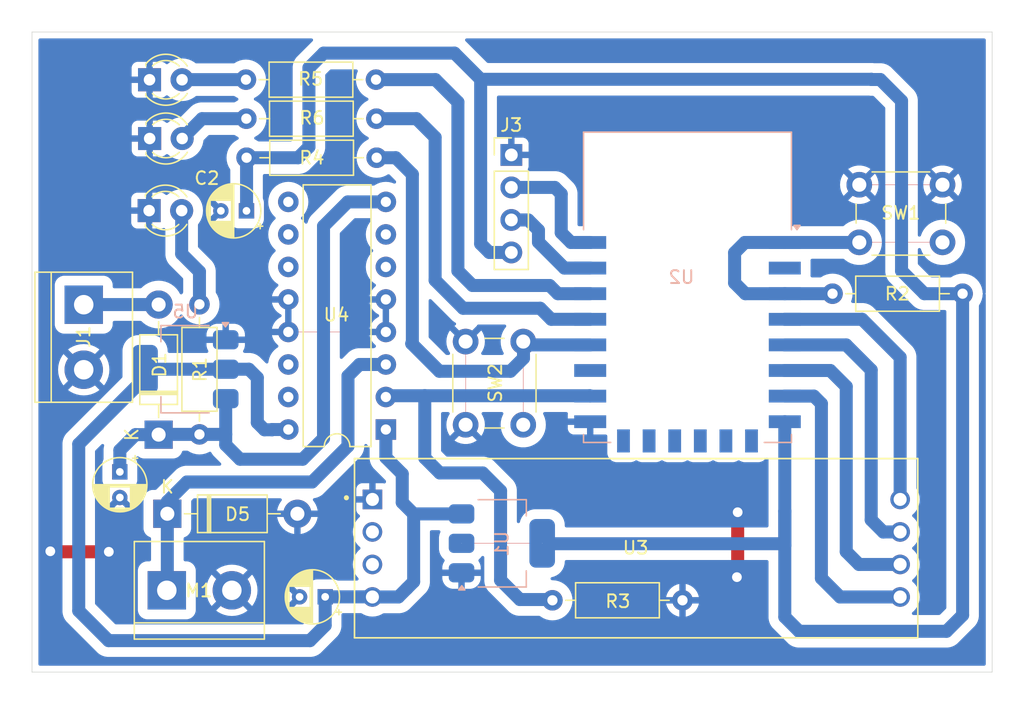
<source format=kicad_pcb>
(kicad_pcb (version 20240108) (generator "pcbnew") (generator_version "8.0")
  (layers (0 "F.Cu" signal) (31 "B.Cu" signal) (34 "B.Paste" user) (35 "F.Paste" user) (36 "B.SilkS" user "B.Silkscreen") (37 "F.SilkS" user "F.Silkscreen") (38 "B.Mask" user) (39 "F.Mask" user) (44 "Edge.Cuts" user))
  (net 0 "")
  (net 1 "+12V")
  (net 2 "GND")
  (net 3 "+3.3V")
  (net 4 "+5V")
  (net 5 "Net-(D1-A)")
  (net 6 "Net-(D2-A)")
  (net 7 "Net-(D3-A)")
  (net 8 "Net-(D4-A)")
  (net 9 "Net-(D5-K)")
  (net 10 "/TXD")
  (net 11 "/RXD")
  (net 12 "Net-(SW1A-B)")
  (net 13 "Net-(U2-GPIO5)")
  (net 14 "Net-(SW2A-A)")
  (net 15 "/RE")
  (net 17 "/pump")
  (net 18 "Net-(U2-GPIO4)")
  (net 19 "/RO")
  (net 21 "/DE")
  (net 24 "/DI")
  (footprint "LED_THT:LED_D3.0mm_Clear" (layer "F.Cu") (at 181.69 93.32)
    (property "Reference" "D4" (hide yes))
    (property "Value" "Green")
    (pad "1" thru_hole rect (at 0 0) (size 1.8 1.8) (drill 0.9) (layers "*.Cu" "*.Mask") (net 2 "GND"))
    (pad "2" thru_hole circle (at 2.54 0) (size 1.8 1.8) (drill 0.9) (layers "*.Cu" "*.Mask") (net 8 "Net-(D4-A)"))
  )
  (footprint "Package_DIP:DIP-16_W7.62mm" (layer "F.Cu") (at 200.14 116.05 180)
    (property "Reference" "U4" (at 3.86 8.96 180) (layer "F.SilkS"))
    (property "Value" "L293D")
    (pad "1" thru_hole rect (at 0 0 180) (size 1.6 1.6) (drill 0.8) (layers "*.Cu" "*.Mask") (net 4 "+5V"))
    (pad "2" thru_hole oval (at 0 2.54 180) (size 1.6 1.6) (drill 0.8) (layers "*.Cu" "*.Mask") (net 17 "/pump"))
    (pad "3" thru_hole oval (at 0 5.08 180) (size 1.6 1.6) (drill 0.8) (layers "*.Cu" "*.Mask") (net 9 "Net-(D5-K)"))
    (pad "4" thru_hole oval (at 0 7.62 180) (size 1.6 1.6) (drill 0.8) (layers "*.Cu" "*.Mask") (net 2 "GND"))
    (pad "5" thru_hole oval (at 0 10.16 180) (size 1.6 1.6) (drill 0.8) (layers "*.Cu" "*.Mask") (net 2 "GND"))
    (pad "6" thru_hole oval (at 0 12.7 180) (size 1.6 1.6) (drill 0.8) (layers "*.Cu" "*.Mask"))
    (pad "7" thru_hole oval (at 0 15.24 180) (size 1.6 1.6) (drill 0.8) (layers "*.Cu" "*.Mask"))
    (pad "8" thru_hole oval (at 0 17.78 180) (size 1.6 1.6) (drill 0.8) (layers "*.Cu" "*.Mask") (net 1 "+12V"))
    (pad "9" thru_hole oval (at 7.62 17.78 180) (size 1.6 1.6) (drill 0.8) (layers "*.Cu" "*.Mask"))
    (pad "10" thru_hole oval (at 7.62 15.24 180) (size 1.6 1.6) (drill 0.8) (layers "*.Cu" "*.Mask"))
    (pad "11" thru_hole oval (at 7.62 12.7 180) (size 1.6 1.6) (drill 0.8) (layers "*.Cu" "*.Mask"))
    (pad "12" thru_hole oval (at 7.62 10.16 180) (size 1.6 1.6) (drill 0.8) (layers "*.Cu" "*.Mask") (net 2 "GND"))
    (pad "13" thru_hole oval (at 7.62 7.62 180) (size 1.6 1.6) (drill 0.8) (layers "*.Cu" "*.Mask") (net 2 "GND"))
    (pad "14" thru_hole oval (at 7.62 5.08 180) (size 1.6 1.6) (drill 0.8) (layers "*.Cu" "*.Mask"))
    (pad "15" thru_hole oval (at 7.62 2.54 180) (size 1.6 1.6) (drill 0.8) (layers "*.Cu" "*.Mask"))
    (pad "16" thru_hole oval (at 7.62 0 180) (size 1.6 1.6) (drill 0.8) (layers "*.Cu" "*.Mask") (net 4 "+5V"))
  )
  (footprint "LED_THT:LED_D3.0mm_Clear" (layer "F.Cu") (at 181.68 88.73)
    (property "Reference" "D3" (hide yes))
    (property "Value" "Red")
    (pad "1" thru_hole rect (at 0 0) (size 1.8 1.8) (drill 0.9) (layers "*.Cu" "*.Mask") (net 2 "GND"))
    (pad "2" thru_hole circle (at 2.54 0) (size 1.8 1.8) (drill 0.9) (layers "*.Cu" "*.Mask") (net 7 "Net-(D3-A)"))
  )
  (footprint "Resistor_THT:R_Axial_DIN0207_L6.3mm_D2.5mm_P10.16mm_Horizontal" (layer "F.Cu") (at 199.37 88.72 180)
    (property "Reference" "R5" (at 5.11 0.05 180) (layer "F.SilkS"))
    (property "Value" "100")
    (pad "1" thru_hole circle (at 0 0 180) (size 1.6 1.6) (drill 0.8) (layers "*.Cu" "*.Mask") (net 13 "Net-(U2-GPIO5)"))
    (pad "2" thru_hole oval (at 10.16 0 180) (size 1.6 1.6) (drill 0.8) (layers "*.Cu" "*.Mask") (net 7 "Net-(D3-A)"))
  )
  (footprint "Resistor_THT:R_Axial_DIN0207_L6.3mm_D2.5mm_P10.16mm_Horizontal" (layer "F.Cu") (at 213.15 129.39)
    (property "Reference" "R3" (at 5.11 0.08 360) (layer "F.SilkS"))
    (property "Value" "10k")
    (pad "1" thru_hole circle (at 0 0) (size 1.6 1.6) (drill 0.8) (layers "*.Cu" "*.Mask") (net 17 "/pump"))
    (pad "2" thru_hole oval (at 10.16 0) (size 1.6 1.6) (drill 0.8) (layers "*.Cu" "*.Mask") (net 2 "GND"))
  )
  (footprint "Resistor_THT:R_Axial_DIN0207_L6.3mm_D2.5mm_P10.16mm_Horizontal" (layer "F.Cu") (at 189.26 94.82)
    (property "Reference" "R4" (at 5.1 0.01 360) (layer "F.SilkS"))
    (property "Value" "10k")
    (pad "1" thru_hole circle (at 0 0) (size 1.6 1.6) (drill 0.8) (layers "*.Cu" "*.Mask") (net 3 "+3.3V"))
    (pad "2" thru_hole oval (at 10.16 0) (size 1.6 1.6) (drill 0.8) (layers "*.Cu" "*.Mask") (net 14 "Net-(SW2A-A)"))
  )
  (footprint "Capacitor_THT:CP_Radial_D4.0mm_P2.00mm" (layer "F.Cu") (at 189.2526 98.97 180)
    (property "Reference" "C2" (at 3.092599 2.55 180) (layer "F.SilkS"))
    (property "Value" "10uF")
    (pad "1" thru_hole rect (at 0 0 180) (size 1.2 1.2) (drill 0.6) (layers "*.Cu" "*.Mask") (net 3 "+3.3V"))
    (pad "2" thru_hole circle (at 2 0 180) (size 1.2 1.2) (drill 0.6) (layers "*.Cu" "*.Mask") (net 2 "GND"))
  )
  (footprint "Button_Switch_THT:SW_PUSH_6mm" (layer "F.Cu") (at 237.12 96.93)
    (property "Reference" "SW1" (at 3.24 2.2 360) (layer "F.SilkS"))
    (property "Value" "Reset")
    (pad "1" thru_hole circle (at 0 0 90) (size 2 2) (drill 1.1) (layers "*.Cu" "*.Mask") (net 2 "GND"))
    (pad "1" thru_hole circle (at 6.5 0 90) (size 2 2) (drill 1.1) (layers "*.Cu" "*.Mask") (net 2 "GND"))
    (pad "2" thru_hole circle (at 0 4.5 90) (size 2 2) (drill 1.1) (layers "*.Cu" "*.Mask") (net 12 "Net-(SW1A-B)"))
    (pad "2" thru_hole circle (at 6.5 4.5 90) (size 2 2) (drill 1.1) (layers "*.Cu" "*.Mask") (net 12 "Net-(SW1A-B)"))
  )
  (footprint "Capacitor_THT:CP_Radial_D4.0mm_P2.00mm" (layer "F.Cu") (at 195.4 129.12 180)
    (property "Reference" "C3" (hide yes))
    (property "Value" "10uF")
    (pad "1" thru_hole rect (at 0 0 180) (size 1.2 1.2) (drill 0.6) (layers "*.Cu" "*.Mask") (net 4 "+5V"))
    (pad "2" thru_hole circle (at 2 0 180) (size 1.2 1.2) (drill 0.6) (layers "*.Cu" "*.Mask") (net 2 "GND"))
  )
  (footprint "Resistor_THT:R_Axial_DIN0207_L6.3mm_D2.5mm_P10.16mm_Horizontal" (layer "F.Cu") (at 189.24 91.77)
    (property "Reference" "R6" (at 5.13 -0.06 0) (layer "F.SilkS"))
    (property "Value" "100")
    (pad "1" thru_hole circle (at 0 0) (size 1.6 1.6) (drill 0.8) (layers "*.Cu" "*.Mask") (net 8 "Net-(D4-A)"))
    (pad "2" thru_hole oval (at 10.16 0) (size 1.6 1.6) (drill 0.8) (layers "*.Cu" "*.Mask") (net 18 "Net-(U2-GPIO4)"))
  )
  (footprint "Resistor_THT:R_Axial_DIN0207_L6.3mm_D2.5mm_P10.16mm_Horizontal" (layer "F.Cu") (at 185.58 116.43 90)
    (property "Reference" "R1" (at 5.06 0.04 270) (layer "F.SilkS"))
    (property "Value" "1k")
    (pad "1" thru_hole circle (at 0 0 90) (size 1.6 1.6) (drill 0.8) (layers "*.Cu" "*.Mask") (net 1 "+12V"))
    (pad "2" thru_hole oval (at 10.16 0 90) (size 1.6 1.6) (drill 0.8) (layers "*.Cu" "*.Mask") (net 6 "Net-(D2-A)"))
  )
  (footprint "TerminalBlock:TerminalBlock_bornier-2_P5.08mm" (layer "F.Cu") (at 183.03 128.61)
    (property "Reference" "M1" (at 2.5 0.02 0) (layer "F.SilkS"))
    (property "Value" "Motor_DC")
    (pad "1" thru_hole rect (at 0 0) (size 3 3) (drill 1.52) (layers "*.Cu" "*.Mask") (net 9 "Net-(D5-K)"))
    (pad "2" thru_hole circle (at 5.08 0) (size 3 3) (drill 1.52) (layers "*.Cu" "*.Mask") (net 2 "GND"))
  )
  (footprint "Connector_PinHeader_2.54mm:PinHeader_1x04_P2.54mm_Vertical" (layer "F.Cu") (at 209.94 94.6)
    (property "Reference" "J3" (at 0 -2.33 0) (layer "F.SilkS"))
    (property "Value" "Programer")
    (pad "1" thru_hole rect (at 0 0) (size 1.7 1.7) (drill 1) (layers "*.Cu" "*.Mask") (net 2 "GND"))
    (pad "2" thru_hole oval (at 0 2.54) (size 1.7 1.7) (drill 1) (layers "*.Cu" "*.Mask") (net 10 "/TXD"))
    (pad "3" thru_hole oval (at 0 5.08) (size 1.7 1.7) (drill 1) (layers "*.Cu" "*.Mask") (net 11 "/RXD"))
    (pad "4" thru_hole oval (at 0 7.62) (size 1.7 1.7) (drill 1) (layers "*.Cu" "*.Mask") (net 3 "+3.3V"))
  )
  (footprint "Diode_THT:D_DO-41_SOD81_P10.16mm_Horizontal" (layer "F.Cu") (at 182.39 116.45 90)
    (property "Reference" "D1" (at 5.45 0.07 270) (layer "F.SilkS"))
    (property "Value" "1N4001")
    (fp_text user "K" (at 0 -2.1 270) (layer "F.SilkS"))
    (pad "1" thru_hole rect (at 0 0 90) (size 2.2 2.2) (drill 1.1) (layers "*.Cu" "*.Mask") (net 1 "+12V"))
    (pad "2" thru_hole oval (at 10.16 0 90) (size 2.2 2.2) (drill 1.1) (layers "*.Cu" "*.Mask") (net 5 "Net-(D1-A)"))
  )
  (footprint "Resistor_THT:R_Axial_DIN0207_L6.3mm_D2.5mm_P10.16mm_Horizontal" (layer "F.Cu") (at 245.19 105.44 180)
    (property "Reference" "R2" (at 5.1 -0.01 180) (layer "F.SilkS"))
    (property "Value" "10k")
    (pad "1" thru_hole circle (at 0 0 180) (size 1.6 1.6) (drill 0.8) (layers "*.Cu" "*.Mask") (net 3 "+3.3V"))
    (pad "2" thru_hole oval (at 10.16 0 180) (size 1.6 1.6) (drill 0.8) (layers "*.Cu" "*.Mask") (net 12 "Net-(SW1A-B)"))
  )
  (footprint "Diode_THT:D_DO-41_SOD81_P10.16mm_Horizontal" (layer "F.Cu") (at 183.07 122.63)
    (property "Reference" "D5" (at 5.49 0.04 0) (layer "F.SilkS"))
    (property "Value" "1N4001")
    (fp_text user "K" (at 0 -2.1 0) (layer "F.SilkS"))
    (pad "1" thru_hole rect (at 0 0) (size 2.2 2.2) (drill 1.1) (layers "*.Cu" "*.Mask") (net 9 "Net-(D5-K)"))
    (pad "2" thru_hole oval (at 10.16 0) (size 2.2 2.2) (drill 1.1) (layers "*.Cu" "*.Mask") (net 2 "GND"))
  )
  (footprint "TerminalBlock:TerminalBlock_bornier-2_P5.08mm" (layer "F.Cu") (at 176.54 106.3 -90)
    (property "Reference" "J1" (at 2.5 0.01 90) (layer "F.SilkS"))
    (property "Value" "Power")
    (pad "1" thru_hole rect (at 0 0 270) (size 3 3) (drill 1.52) (layers "*.Cu" "*.Mask") (net 5 "Net-(D1-A)"))
    (pad "2" thru_hole circle (at 5.08 0 270) (size 3 3) (drill 1.52) (layers "*.Cu" "*.Mask") (net 2 "GND"))
  )
  (footprint "Capacitor_THT:CP_Radial_D4.0mm_P2.00mm" (layer "F.Cu") (at 179.36 119.36 -90)
    (property "Reference" "C1" (hide yes))
    (property "Value" "100uF")
    (pad "1" thru_hole rect (at 0 0 270) (size 1.2 1.2) (drill 0.6) (layers "*.Cu" "*.Mask") (net 1 "+12V"))
    (pad "2" thru_hole circle (at 2 0 270) (size 1.2 1.2) (drill 0.6) (layers "*.Cu" "*.Mask") (net 2 "GND"))
  )
  (footprint "LED_THT:LED_D3.0mm_Clear" (layer "F.Cu") (at 181.65 98.95)
    (property "Reference" "D2" (hide yes))
    (property "Value" "LED")
    (pad "1" thru_hole rect (at 0 0) (size 1.8 1.8) (drill 0.9) (layers "*.Cu" "*.Mask") (net 2 "GND"))
    (pad "2" thru_hole circle (at 2.54 0) (size 1.8 1.8) (drill 0.9) (layers "*.Cu" "*.Mask") (net 6 "Net-(D2-A)"))
  )
  (footprint "Downloaded:MODULE_MAX485_MODULE_5V_LOGIC_TLL_TO_RS-485_CONVERTER" (layer "F.Cu") (at 219.69 125.32)
    (property "Reference" "U3" (at -0.04 -0.03 360) (layer "F.SilkS"))
    (property "Value" "NPK")
    (pad "1" thru_hole rect (at -20.6 -3.81) (size 1.53 1.53) (drill 1.02) (layers "*.Cu" "*.Mask") (net 2 "GND"))
    (pad "2" thru_hole circle (at -20.6 -1.27) (size 1.53 1.53) (drill 1.02) (layers "*.Cu" "*.Mask"))
    (pad "3" thru_hole circle (at -20.6 1.27) (size 1.53 1.53) (drill 1.02) (layers "*.Cu" "*.Mask"))
    (pad "4" thru_hole circle (at -20.6 3.81) (size 1.53 1.53) (drill 1.02) (layers "*.Cu" "*.Mask") (net 4 "+5V"))
    (pad "5" thru_hole circle (at 20.62 3.81) (size 1.53 1.53) (drill 1.02) (layers "*.Cu" "*.Mask") (net 19 "/RO"))
    (pad "6" thru_hole circle (at 20.62 1.27) (size 1.53 1.53) (drill 1.02) (layers "*.Cu" "*.Mask") (net 15 "/RE"))
    (pad "7" thru_hole circle (at 20.62 -1.27) (size 1.53 1.53) (drill 1.02) (layers "*.Cu" "*.Mask") (net 21 "/DE"))
    (pad "8" thru_hole circle (at 20.62 -3.81) (size 1.53 1.53) (drill 1.02) (layers "*.Cu" "*.Mask") (net 24 "/DI"))
  )
  (footprint "Button_Switch_THT:SW_PUSH_6mm" (layer "F.Cu") (at 210.87 109.18 -90)
    (property "Reference" "SW2" (at 3.23 2.18 90) (layer "F.SilkS"))
    (property "Value" "Mode")
    (pad "1" thru_hole circle (at 0 0) (size 2 2) (drill 1.1) (layers "*.Cu" "*.Mask") (net 14 "Net-(SW2A-A)"))
    (pad "1" thru_hole circle (at 6.5 0) (size 2 2) (drill 1.1) (layers "*.Cu" "*.Mask") (net 14 "Net-(SW2A-A)"))
    (pad "2" thru_hole circle (at 0 4.5) (size 2 2) (drill 1.1) (layers "*.Cu" "*.Mask") (net 2 "GND"))
    (pad "2" thru_hole circle (at 6.5 4.5) (size 2 2) (drill 1.1) (layers "*.Cu" "*.Mask") (net 2 "GND"))
  )
  (footprint "RF_Module:ESP-12E" (layer "B.Cu") (at 223.7 104.94 180)
    (property "Reference" "U2" (at 0.47 0.79 180) (layer "B.SilkS") (effects (justify mirror)))
    (property "Value" "ESP-12E")
    (pad "1" smd rect (at -7.6 3.5 180) (size 2.5 1) (layers "B.Cu" "B.Paste" "B.Mask") (net 12 "Net-(SW1A-B)"))
    (pad "2" smd rect (at -7.6 1.5 180) (size 2.5 1) (layers "B.Cu" "B.Paste" "B.Mask"))
    (pad "3" smd rect (at -7.6 -0.5 180) (size 2.5 1) (layers "B.Cu" "B.Paste" "B.Mask") (net 12 "Net-(SW1A-B)"))
    (pad "4" smd rect (at -7.6 -2.5 180) (size 2.5 1) (layers "B.Cu" "B.Paste" "B.Mask") (net 24 "/DI"))
    (pad "5" smd rect (at -7.6 -4.5 180) (size 2.5 1) (layers "B.Cu" "B.Paste" "B.Mask") (net 21 "/DE"))
    (pad "6" smd rect (at -7.6 -6.5 180) (size 2.5 1) (layers "B.Cu" "B.Paste" "B.Mask") (net 15 "/RE"))
    (pad "7" smd rect (at -7.6 -8.5 180) (size 2.5 1) (layers "B.Cu" "B.Paste" "B.Mask") (net 19 "/RO"))
    (pad "8" smd rect (at -7.6 -10.5 180) (size 2.5 1) (layers "B.Cu" "B.Paste" "B.Mask") (net 3 "+3.3V"))
    (pad "9" smd rect (at -5 -12 180) (size 1 1.8) (layers "B.Cu" "B.Paste" "B.Mask"))
    (pad "10" smd rect (at -3 -12 180) (size 1 1.8) (layers "B.Cu" "B.Paste" "B.Mask"))
    (pad "11" smd rect (at -1 -12 180) (size 1 1.8) (layers "B.Cu" "B.Paste" "B.Mask"))
    (pad "12" smd rect (at 1 -12 180) (size 1 1.8) (layers "B.Cu" "B.Paste" "B.Mask"))
    (pad "13" smd rect (at 3 -12 180) (size 1 1.8) (layers "B.Cu" "B.Paste" "B.Mask"))
    (pad "14" smd rect (at 5 -12 180) (size 1 1.8) (layers "B.Cu" "B.Paste" "B.Mask"))
    (pad "15" smd rect (at 7.6 -10.5 180) (size 2.5 1) (layers "B.Cu" "B.Paste" "B.Mask") (net 2 "GND"))
    (pad "16" smd rect (at 7.6 -8.5 180) (size 2.5 1) (layers "B.Cu" "B.Paste" "B.Mask") (net 17 "/pump"))
    (pad "17" smd rect (at 7.6 -6.5 180) (size 2.5 1) (layers "B.Cu" "B.Paste" "B.Mask"))
    (pad "18" smd rect (at 7.6 -4.5 180) (size 2.5 1) (layers "B.Cu" "B.Paste" "B.Mask") (net 14 "Net-(SW2A-A)"))
    (pad "19" smd rect (at 7.6 -2.5 180) (size 2.5 1) (layers "B.Cu" "B.Paste" "B.Mask") (net 18 "Net-(U2-GPIO4)"))
    (pad "20" smd rect (at 7.6 -0.5 180) (size 2.5 1) (layers "B.Cu" "B.Paste" "B.Mask") (net 13 "Net-(U2-GPIO5)"))
    (pad "21" smd rect (at 7.6 1.5 180) (size 2.5 1) (layers "B.Cu" "B.Paste" "B.Mask") (net 11 "/RXD"))
    (pad "22" smd rect (at 7.6 3.5 180) (size 2.5 1) (layers "B.Cu" "B.Paste" "B.Mask") (net 10 "/TXD"))
    (zone (net 0) (net_name "") (layers "*.Cu") (connect_pads (clearance 0)) (min_thickness 0.254)
      (keepout (tracks not_allowed) (vias not_allowed) (pads not_allowed) (copperpour not_allowed) (footprints not_allowed))
      (fill (thermal_gap 0.508) (thermal_bridge_width 0.508))
      (polygon (pts (xy 231.82 100.14) (xy 215.58 100.14) (xy 215.58 92.82) (xy 231.82 92.82)))
    )
  )
  (footprint "Package_TO_SOT_SMD:SOT-223-3_TabPin2" (layer "B.Cu") (at 184.48 111.34 180)
    (property "Reference" "U5" (at 0 4.5 180) (layer "B.SilkS") (effects (justify mirror)))
    (property "Value" "AMS1117-5.0")
    (pad "1" smd roundrect (at -3.15 2.3 180) (size 2 1.5) (layers "B.Cu" "B.Paste" "B.Mask") (net 2 "GND"))
    (pad "2" smd roundrect (at -3.15 0 180) (size 2 1.5) (layers "B.Cu" "B.Paste" "B.Mask") (net 4 "+5V"))
    (pad "2" smd roundrect (at 3.15 0 180) (size 2 3.8) (layers "B.Cu" "B.Paste" "B.Mask") (net 4 "+5V"))
    (pad "3" smd roundrect (at -3.15 -2.3 180) (size 2 1.5) (layers "B.Cu" "B.Paste" "B.Mask") (net 1 "+12V"))
  )
  (footprint "Package_TO_SOT_SMD:SOT-223-3_TabPin2" (layer "B.Cu") (at 209.2 124.94)
    (property "Reference" "U1" (at 0 0.0375 -90) (layer "B.SilkS") (effects (justify mirror)))
    (property "Value" "AMS1117-3.3")
    (pad "1" smd roundrect (at -3.15 2.3) (size 2 1.5) (layers "B.Cu" "B.Paste" "B.Mask") (net 2 "GND"))
    (pad "2" smd roundrect (at -3.15 0) (size 2 1.5) (layers "B.Cu" "B.Paste" "B.Mask") (net 3 "+3.3V"))
    (pad "2" smd roundrect (at 3.15 0) (size 2 3.8) (layers "B.Cu" "B.Paste" "B.Mask") (net 3 "+3.3V"))
    (pad "3" smd roundrect (at -3.15 -2.3) (size 2 1.5) (layers "B.Cu" "B.Paste" "B.Mask") (net 4 "+5V"))
  )
  (gr_line (start 247.5 135) (end 172.5 135) (stroke (width 0.05)) (layer "Edge.Cuts"))
  (gr_line (start 247.5 85) (end 247.5 135) (stroke (width 0.05)) (layer "Edge.Cuts"))
  (gr_line (start 172.5 85) (end 247.5 85) (stroke (width 0.05)) (layer "Edge.Cuts"))
  (gr_line (start 172.5 135) (end 172.5 85) (stroke (width 0.05)) (layer "Edge.Cuts"))
  (segment (start 200.14 98.27) (end 197.17 98.27) (width 1.016) (layer "B.Cu") (net 1))
  (segment (start 182.39 116.45) (end 180.58 116.45) (width 1.016) (layer "B.Cu") (net 1))
  (segment (start 195.27 116.74) (end 193.64 118.37) (width 1.016) (layer "B.Cu") (net 1))
  (segment (start 179.36 117.67) (end 179.36 119.36) (width 1.016) (layer "B.Cu") (net 1))
  (segment (start 187.63 117.25) (end 187.63 113.64) (width 1.016) (layer "B.Cu") (net 1))
  (segment (start 195.27 100.17) (end 195.27 116.74) (width 1.016) (layer "B.Cu") (net 1))
  (segment (start 197.17 98.27) (end 195.27 100.17) (width 1.016) (layer "B.Cu") (net 1))
  (segment (start 188.75 118.37) (end 187.63 117.25) (width 1.016) (layer "B.Cu") (net 1))
  (segment (start 180.58 116.45) (end 179.36 117.67) (width 1.016) (layer "B.Cu") (net 1))
  (segment (start 182.41 116.43) (end 182.39 116.45) (width 1.016) (layer "B.Cu") (net 1))
  (segment (start 187.62 116.43) (end 185.58 116.43) (width 1.016) (layer "B.Cu") (net 1))
  (segment (start 187.63 116.42) (end 187.62 116.43) (width 1.016) (layer "B.Cu") (net 1))
  (segment (start 185.58 116.43) (end 182.41 116.43) (width 1.016) (layer "B.Cu") (net 1))
  (segment (start 193.64 118.37) (end 188.75 118.37) (width 1.016) (layer "B.Cu") (net 1))
  (segment (start 227.62 122.51) (end 227.62 127.52) (width 1.016) (layer "F.Cu") (net 2))
  (segment (start 243.62 96.93) (end 237.12 96.93) (width 0.0254) (layer "F.Cu") (net 2))
  (segment (start 200.14 108.43) (end 192.52 108.43) (width 0.0254) (layer "F.Cu") (net 2))
  (segment (start 206.37 109.18) (end 206.37 115.68) (width 0.0254) (layer "F.Cu") (net 2))
  (segment (start 173.97 125.6) (end 173.93 125.56) (width 1.016) (layer "F.Cu") (net 2))
  (segment (start 178.5 125.6) (end 173.97 125.6) (width 1.016) (layer "F.Cu") (net 2))
  (segment (start 227.62 127.52) (end 227.56 127.58) (width 1.016) (layer "F.Cu") (net 2))
  (via (at 178.5 125.6) (size 1.778) (drill 0.762) (layers "F.Cu" "B.Cu") (net 2))
  (via (at 173.93 125.56) (size 1.778) (drill 0.762) (layers "F.Cu" "B.Cu") (net 2))
  (via (at 227.56 127.58) (size 1.778) (drill 0.762) (layers "F.Cu" "B.Cu") (net 2))
  (via (at 227.62 122.51) (size 1.778) (drill 0.762) (layers "F.Cu" "B.Cu") (net 2))
  (segment (start 212.35 124.94) (end 206.05 124.94) (width 0.0254) (layer "F.Cu") (net 3))
  (via (at 206.05 124.94) (size 0.0508) (drill 0.0254) (layers "F.Cu" "B.Cu") (net 3))
  (via (at 212.35 124.94) (size 0.0508) (drill 0.0254) (layers "F.Cu" "B.Cu") (net 3))
  (segment (start 238.75 88.71) (end 238.09 88.71) (width 1.016) (layer "B.Cu") (net 3))
  (segment (start 240.42 90.38) (end 238.75 88.71) (width 1.016) (layer "B.Cu") (net 3))
  (segment (start 231.3 125.1) (end 231.3 122.42) (width 1.016) (layer "B.Cu") (net 3))
  (segment (start 189.26 98.9626) (end 189.2526 98.97) (width 1.016) (layer "B.Cu") (net 3))
  (segment (start 193.29 94.82) (end 194.13 93.98) (width 1.016) (layer "B.Cu") (net 3))
  (segment (start 195.28 86.65) (end 205.5 86.65) (width 1.016) (layer "B.Cu") (net 3))
  (segment (start 208.22 102.22) (end 209.94 102.22) (width 1.016) (layer "B.Cu") (net 3))
  (segment (start 231.3 115.44) (end 231.3 122.42) (width 1.016) (layer "B.Cu") (net 3))
  (segment (start 245.19 105.44) (end 245.19 130.55) (width 1.016) (layer "B.Cu") (net 3))
  (segment (start 231.17 124.97) (end 231.3 125.1) (width 1.016) (layer "B.Cu") (net 3))
  (segment (start 207.544 101.544) (end 208.22 102.22) (width 1.016) (layer "B.Cu") (net 3))
  (segment (start 240.42 103.66) (end 240.42 90.38) (width 1.016) (layer "B.Cu") (net 3))
  (segment (start 194.13 93.98) (end 194.13 87.8) (width 1.016) (layer "B.Cu") (net 3))
  (segment (start 243.93 131.81) (end 232.42 131.81) (width 1.016) (layer "B.Cu") (net 3))
  (segment (start 189.26 94.82) (end 193.29 94.82) (width 1.016) (layer "B.Cu") (net 3))
  (segment (start 245.19 105.44) (end 242.2 105.44) (width 1.016) (layer "B.Cu") (net 3))
  (segment (start 194.13 87.8) (end 195.28 86.65) (width 1.016) (layer "B.Cu") (net 3))
  (segment (start 189.26 94.82) (end 189.26 98.9626) (width 1.016) (layer "B.Cu") (net 3))
  (segment (start 238.09 88.71) (end 238.074 88.694) (width 1.016) (layer "B.Cu") (net 3))
  (segment (start 242.2 105.44) (end 240.42 103.66) (width 1.016) (layer "B.Cu") (net 3))
  (segment (start 232.42 131.81) (end 231.3 130.69) (width 1.016) (layer "B.Cu") (net 3))
  (segment (start 245.19 130.55) (end 243.93 131.81) (width 1.016) (layer "B.Cu") (net 3))
  (segment (start 205.5 86.65) (end 207.544 88.694) (width 1.016) (layer "B.Cu") (net 3))
  (segment (start 238.074 88.694) (end 207.544 88.694) (width 1.016) (layer "B.Cu") (net 3))
  (segment (start 207.544 88.694) (end 207.544 101.544) (width 1.016) (layer "B.Cu") (net 3))
  (segment (start 231.3 130.69) (end 231.3 122.42) (width 1.016) (layer "B.Cu") (net 3))
  (segment (start 212.35 124.94) (end 212.38 124.97) (width 1.016) (layer "B.Cu") (net 3))
  (segment (start 212.38 124.97) (end 231.17 124.97) (width 1.016) (layer "B.Cu") (net 3))
  (segment (start 189.44 111.34) (end 190.1 112) (width 1.016) (layer "B.Cu") (net 4))
  (segment (start 190.1 115.51) (end 190.66 116.07) (width 1.016) (layer "B.Cu") (net 4))
  (segment (start 195.4 131.35) (end 195.4 129.12) (width 1.016) (layer "B.Cu") (net 4))
  (segment (start 190.1 112) (end 190.1 115.51) (width 1.016) (layer "B.Cu") (net 4))
  (segment (start 202.31 122.64) (end 202.31 127.94) (width 1.016) (layer "B.Cu") (net 4))
  (segment (start 176.15 117.19) (end 176.15 130.21) (width 1.016) (layer "B.Cu") (net 4))
  (segment (start 201.775 128.475) (end 201.12 129.13) (width 1.016) (layer "B.Cu") (net 4))
  (segment (start 202.31 127.94) (end 201.775 128.475) (width 1.016) (layer "B.Cu") (net 4))
  (segment (start 187.63 111.34) (end 189.44 111.34) (width 1.016) (layer "B.Cu") (net 4))
  (segment (start 178.48 132.54) (end 194.21 132.54) (width 1.016) (layer "B.Cu") (net 4))
  (segment (start 195.4 129.12) (end 199.08 129.12) (width 1.016) (layer "B.Cu") (net 4))
  (segment (start 200.14 118.24) (end 201.42 119.52) (width 1.016) (layer "B.Cu") (net 4))
  (segment (start 181.33 112.01) (end 176.15 117.19) (width 1.016) (layer "B.Cu") (net 4))
  (segment (start 190.66 116.07) (end 191.25 116.07) (width 1.016) (layer "B.Cu") (net 4))
  (segment (start 194.21 132.54) (end 195.4 131.35) (width 1.016) (layer "B.Cu") (net 4))
  (segment (start 187.63 111.34) (end 181.33 111.34) (width 1.016) (layer "B.Cu") (net 4))
  (segment (start 176.15 130.21) (end 178.48 132.54) (width 1.016) (layer "B.Cu") (net 4))
  (segment (start 201.12 129.13) (end 199.09 129.13) (width 1.016) (layer "B.Cu") (net 4))
  (segment (start 202.31 122.64) (end 206.05 122.64) (width 1.016) (layer "B.Cu") (net 4))
  (segment (start 201.42 119.52) (end 201.42 121.75) (width 1.016) (layer "B.Cu") (net 4))
  (segment (start 201.42 121.75) (end 202.31 122.64) (width 1.016) (layer "B.Cu") (net 4))
  (segment (start 199.08 129.12) (end 199.09 129.13) (width 1.016) (layer "B.Cu") (net 4))
  (segment (start 191.27 116.05) (end 192.52 116.05) (width 1.016) (layer "B.Cu") (net 4))
  (segment (start 181.33 111.34) (end 181.33 112.01) (width 1.016) (layer "B.Cu") (net 4))
  (segment (start 200.14 116.05) (end 200.14 118.24) (width 1.016) (layer "B.Cu") (net 4))
  (segment (start 191.25 116.07) (end 191.27 116.05) (width 1.016) (layer "B.Cu") (net 4))
  (segment (start 176.55 106.29) (end 176.54 106.3) (width 1.016) (layer "B.Cu") (net 5))
  (segment (start 182.39 106.29) (end 176.55 106.29) (width 1.016) (layer "B.Cu") (net 5))
  (segment (start 185.58 106.27) (end 185.58 103.72) (width 1.016) (layer "B.Cu") (net 6))
  (segment (start 185.58 103.72) (end 184.19 102.33) (width 1.016) (layer "B.Cu") (net 6))
  (segment (start 185.555 106.245) (end 185.58 106.27) (width 1.016) (layer "B.Cu") (net 6))
  (segment (start 184.19 102.33) (end 184.19 98.95) (width 1.016) (layer "B.Cu") (net 6))
  (segment (start 189.21 88.72) (end 184.23 88.72) (width 1.016) (layer "B.Cu") (net 7))
  (segment (start 184.23 88.72) (end 184.22 88.73) (width 1.016) (layer "B.Cu") (net 7))
  (segment (start 185.78 91.77) (end 184.23 93.32) (width 1.016) (layer "B.Cu") (net 8))
  (segment (start 189.24 91.77) (end 185.78 91.77) (width 1.016) (layer "B.Cu") (net 8))
  (segment (start 194.376472 120.148) (end 197.18 117.344472) (width 1.016) (layer "B.Cu") (net 9))
  (segment (start 198.08 110.97) (end 200.14 110.97) (width 1.016) (layer "B.Cu") (net 9))
  (segment (start 183.07 121.68) (end 184.602 120.148) (width 1.016) (layer "B.Cu") (net 9))
  (segment (start 184.602 120.148) (end 194.376472 120.148) (width 1.016) (layer "B.Cu") (net 9))
  (segment (start 183.07 128.57) (end 183.03 128.61) (width 1.016) (layer "B.Cu") (net 9))
  (segment (start 197.18 111.87) (end 198.08 110.97) (width 1.016) (layer "B.Cu") (net 9))
  (segment (start 197.18 117.344472) (end 197.18 111.87) (width 1.016) (layer "B.Cu") (net 9))
  (segment (start 183.07 122.63) (end 183.07 121.68) (width 1.016) (layer "B.Cu") (net 9))
  (segment (start 183.07 122.63) (end 183.07 128.57) (width 1.016) (layer "B.Cu") (net 9))
  (segment (start 213.838 100.678) (end 213.838 97.648) (width 1.016) (layer "B.Cu") (net 10))
  (segment (start 213.33 97.14) (end 209.94 97.14) (width 1.016) (layer "B.Cu") (net 10))
  (segment (start 216.1 101.44) (end 214.6 101.44) (width 1.016) (layer "B.Cu") (net 10))
  (segment (start 214.6 101.44) (end 213.838 100.678) (width 1.016) (layer "B.Cu") (net 10))
  (segment (start 213.838 97.648) (end 213.33 97.14) (width 1.016) (layer "B.Cu") (net 10))
  (segment (start 212.06 100.48) (end 212.06 101.414472) (width 1.016) (layer "B.Cu") (net 11))
  (segment (start 211.26 99.68) (end 212.06 100.48) (width 1.016) (layer "B.Cu") (net 11))
  (segment (start 209.94 99.68) (end 211.26 99.68) (width 1.016) (layer "B.Cu") (net 11))
  (segment (start 214.085528 103.44) (end 216.1 103.44) (width 1.016) (layer "B.Cu") (net 11))
  (segment (start 212.06 101.414472) (end 214.085528 103.44) (width 1.016) (layer "B.Cu") (net 11))
  (segment (start 243.62 101.43) (end 237.12 101.43) (width 0.0254) (layer "F.Cu") (net 12))
  (segment (start 227.38 104.6) (end 228.22 105.44) (width 1.016) (layer "B.Cu") (net 12))
  (segment (start 231.3 101.44) (end 237.11 101.44) (width 1.016) (layer "B.Cu") (net 12))
  (segment (start 235.03 105.44) (end 231.3 105.44) (width 1.016) (layer "B.Cu") (net 12))
  (segment (start 237.11 101.44) (end 237.12 101.43) (width 1.016) (layer "B.Cu") (net 12))
  (segment (start 228.18 101.44) (end 227.38 102.24) (width 1.016) (layer "B.Cu") (net 12))
  (segment (start 231.3 101.44) (end 228.18 101.44) (width 1.016) (layer "B.Cu") (net 12))
  (segment (start 228.22 105.44) (end 231.3 105.44) (width 1.016) (layer "B.Cu") (net 12))
  (segment (start 227.38 102.24) (end 227.38 104.6) (width 1.016) (layer "B.Cu") (net 12))
  (segment (start 206.91 104.8) (end 205.766 103.656) (width 1.016) (layer "B.Cu") (net 13))
  (segment (start 213.571056 105.44) (end 212.931056 104.8) (width 1.016) (layer "B.Cu") (net 13))
  (segment (start 204.01 88.72) (end 199.37 88.72) (width 1.016) (layer "B.Cu") (net 13))
  (segment (start 205.766 103.656) (end 205.766 90.476) (width 1.016) (layer "B.Cu") (net 13))
  (segment (start 216.1 105.44) (end 213.571056 105.44) (width 1.016) (layer "B.Cu") (net 13))
  (segment (start 212.931056 104.8) (end 206.91 104.8) (width 1.016) (layer "B.Cu") (net 13))
  (segment (start 205.766 90.476) (end 204.01 88.72) (width 1.016) (layer "B.Cu") (net 13))
  (segment (start 210.87 109.18) (end 210.87 115.68) (width 0.0254) (layer "F.Cu") (net 14))
  (segment (start 202.21 96.12) (end 200.91 94.82) (width 1.016) (layer "B.Cu") (net 14))
  (segment (start 202.16 109.34) (end 202.21 109.29) (width 1.016) (layer "B.Cu") (net 14))
  (segment (start 216.1 109.44) (end 211.3 109.44) (width 1.016) (layer "B.Cu") (net 14))
  (segment (start 204.32 111.5) (end 202.16 109.34) (width 1.016) (layer "B.Cu") (net 14))
  (segment (start 200.91 94.82) (end 199.42 94.82) (width 1.016) (layer "B.Cu") (net 14))
  (segment (start 202.21 109.29) (end 202.21 96.12) (width 1.016) (layer "B.Cu") (net 14))
  (segment (start 211.3 109.44) (end 210.89 109.03) (width 1.016) (layer "B.Cu") (net 14))
  (segment (start 209.87 111.5) (end 204.32 111.5) (width 1.016) (layer "B.Cu") (net 14))
  (segment (start 210.89 109.03) (end 210.89 110.48) (width 1.016) (layer "B.Cu") (net 14))
  (segment (start 210.89 110.48) (end 209.87 111.5) (width 1.016) (layer "B.Cu") (net 14))
  (segment (start 236.1 125.59) (end 237.1 126.59) (width 1.016) (layer "B.Cu") (net 15))
  (segment (start 231.3 111.44) (end 234.85 111.44) (width 1.016) (layer "B.Cu") (net 15))
  (segment (start 237.1 126.59) (end 240.31 126.59) (width 1.016) (layer "B.Cu") (net 15))
  (segment (start 234.85 111.44) (end 236.1 112.69) (width 1.016) (layer "B.Cu") (net 15))
  (segment (start 236.1 112.69) (end 236.1 125.59) (width 1.016) (layer "B.Cu") (net 15))
  (segment (start 207.7 119.44) (end 209.1 120.84) (width 1.016) (layer "B.Cu") (net 17))
  (segment (start 216.1 113.44) (end 216.07 113.41) (width 1.016) (layer "B.Cu") (net 17))
  (segment (start 200.24 113.41) (end 200.14 113.51) (width 1.016) (layer "B.Cu") (net 17))
  (segment (start 213.09 129.33) (end 213.15 129.39) (width 1.016) (layer "B.Cu") (net 17))
  (segment (start 203.18 113.41) (end 200.24 113.41) (width 1.016) (layer "B.Cu") (net 17))
  (segment (start 203.18 113.41) (end 203.18 118.27) (width 1.016) (layer "B.Cu") (net 17))
  (segment (start 216.07 113.41) (end 203.18 113.41) (width 1.016) (layer "B.Cu") (net 17))
  (segment (start 210.61 129.33) (end 213.09 129.33) (width 1.016) (layer "B.Cu") (net 17))
  (segment (start 204.35 119.44) (end 207.7 119.44) (width 1.016) (layer "B.Cu") (net 17))
  (segment (start 203.18 118.27) (end 204.35 119.44) (width 1.016) (layer "B.Cu") (net 17))
  (segment (start 209.1 120.84) (end 209.1 127.82) (width 1.016) (layer "B.Cu") (net 17))
  (segment (start 209.1 127.82) (end 210.61 129.33) (width 1.016) (layer "B.Cu") (net 17))
  (segment (start 212.194584 106.578) (end 206.173528 106.578) (width 1.016) (layer "B.Cu") (net 18))
  (segment (start 213.056584 107.44) (end 212.194584 106.578) (width 1.016) (layer "B.Cu") (net 18))
  (segment (start 216.1 107.44) (end 213.056584 107.44) (width 1.016) (layer "B.Cu") (net 18))
  (segment (start 203.988 104.392472) (end 203.988 93.228) (width 1.016) (layer "B.Cu") (net 18))
  (segment (start 202.53 91.77) (end 199.4 91.77) (width 1.016) (layer "B.Cu") (net 18))
  (segment (start 203.988 93.228) (end 202.53 91.77) (width 1.016) (layer "B.Cu") (net 18))
  (segment (start 206.173528 106.578) (end 203.988 104.392472) (width 1.016) (layer "B.Cu") (net 18))
  (segment (start 233.57 113.44) (end 234.16 114.03) (width 1.016) (layer "B.Cu") (net 19))
  (segment (start 235.62 129.13) (end 240.31 129.13) (width 1.016) (layer "B.Cu") (net 19))
  (segment (start 234.16 127.67) (end 235.62 129.13) (width 1.016) (layer "B.Cu") (net 19))
  (segment (start 234.16 114.03) (end 234.16 127.67) (width 1.016) (layer "B.Cu") (net 19))
  (segment (start 231.3 113.44) (end 233.57 113.44) (width 1.016) (layer "B.Cu") (net 19))
  (segment (start 236.09 109.44) (end 238.05 111.4) (width 1.016) (layer "B.Cu") (net 21))
  (segment (start 238.05 123.11) (end 239 124.06) (width 1.016) (layer "B.Cu") (net 21))
  (segment (start 231.3 109.44) (end 236.09 109.44) (width 1.016) (layer "B.Cu") (net 21))
  (segment (start 238.05 111.4) (end 238.05 123.11) (width 1.016) (layer "B.Cu") (net 21))
  (segment (start 239.01 124.05) (end 240.31 124.05) (width 1.016) (layer "B.Cu") (net 21))
  (segment (start 239 124.06) (end 239.01 124.05) (width 1.016) (layer "B.Cu") (net 21))
  (segment (start 240.31 110.41) (end 240.31 121.51) (width 1.016) (layer "B.Cu") (net 24))
  (segment (start 237.34 107.44) (end 240.31 110.41) (width 1.016) (layer "B.Cu") (net 24))
  (segment (start 231.3 107.44) (end 237.34 107.44) (width 1.016) (layer "B.Cu") (net 24))
  (zone (net 2) (net_name "GND") (layer "B.Cu") (connect_pads (clearance 0.5)) (min_thickness 0.25) (fill yes (thermal_gap 0.5) (thermal_bridge_width 0.5))
    (polygon (pts (xy 170 82.5) (xy 250 82.5) (xy 250 137.5) (xy 170 137.5)))
  )
)
</source>
